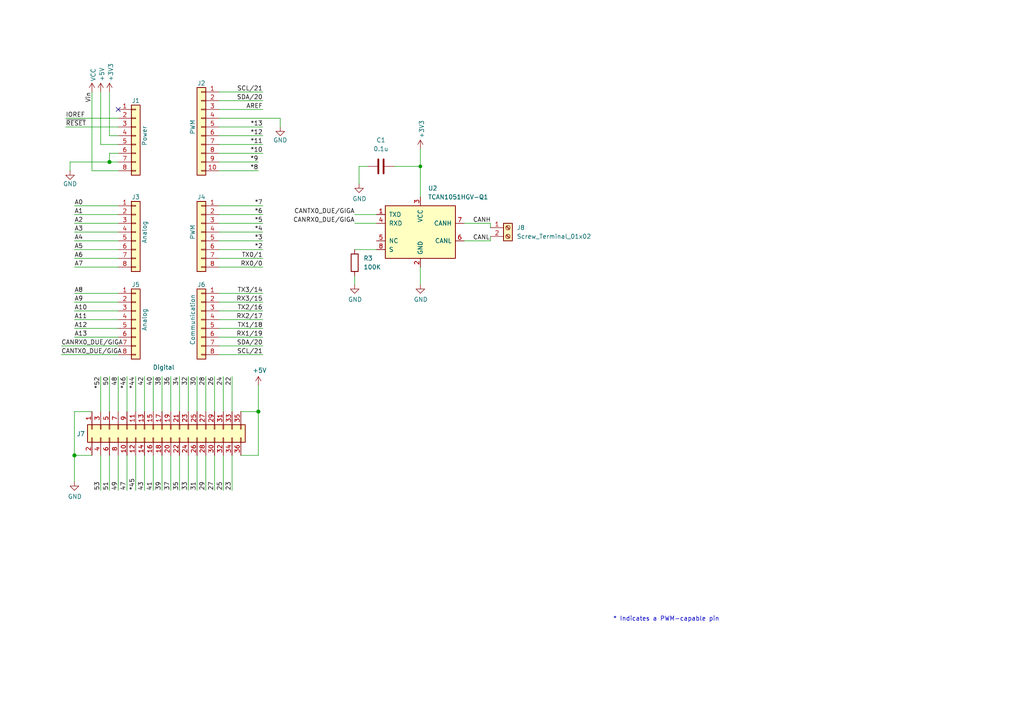
<source format=kicad_sch>
(kicad_sch (version 20231120) (generator "eeschema") (generator_version "8.0")
  (paper "A4")
  (title_block (date "mar. 31 mars 2015"))
  (lib_symbols
    (symbol "CAN_Shield:TCAN1051HGV-Q1" (pin_names (offset 1.016))
      (property "Reference" "U" (at -10.16 8.89 0))
      (property "Value" "TCAN1051HGV-Q1" (at 2.54 8.89 0))
      (symbol "TCAN1051HGV-Q1_0_1"
        (rectangle (start -10.16 7.62) (end 10.16 -7.62) (stroke (width 0.254)) (fill (type background)))
      )
      (symbol "TCAN1051HGV-Q1_1_1"
        (pin input line (at -12.7 5.08 0) (length 2.54) (name "TXD") (number "1"))
        (pin power_in line (at 0 -10.16 90) (length 2.54) (name "GND") (number "2"))
        (pin power_in line (at 0 10.16 270) (length 2.54) (name "VCC") (number "3"))
        (pin output line (at -12.7 2.54 0) (length 2.54) (name "RXD") (number "4"))
        (pin input line (at -12.7 -2.54 0) (length 2.54) (name "NC") (number "5"))
        (pin bidirectional line (at 12.7 -2.54 180) (length 2.54) (name "CANL") (number "6"))
        (pin bidirectional line (at 12.7 2.54 180) (length 2.54) (name "CANH") (number "7"))
        (pin input line (at -12.7 -5.08 0) (length 2.54) (name "S") (number "8"))
      )
    )
    (symbol "Connector:Screw_Terminal_01x02" (pin_names (offset 1.016) hide)
      (property "Reference" "J" (at 0 2.54 0))
      (property "Value" "Screw_Terminal_01x02" (at 0 -5.08 0))
      (symbol "Screw_Terminal_01x02_1_1"
        (rectangle (start -1.27 1.27) (end 1.27 -3.81) (stroke (width 0.254)) (fill (type background)))
        (circle (center 0 -2.54) (radius 0.635) (stroke (width 0.1524)))
        (polyline (pts (xy -0.5334 -2.2098) (xy 0.3302 -3.048)) (stroke (width 0.1524)))
        (polyline (pts (xy -0.5334 0.3302) (xy 0.3302 -0.508)) (stroke (width 0.1524)))
        (polyline (pts (xy -0.3556 -2.032) (xy 0.508 -2.8702)) (stroke (width 0.1524)))
        (polyline (pts (xy -0.3556 0.508) (xy 0.508 -0.3302)) (stroke (width 0.1524)))
        (circle (center 0 0) (radius 0.635) (stroke (width 0.1524)))
        (pin passive line (at -5.08 0 0) (length 3.81) (name "Pin_1") (number "1"))
        (pin passive line (at -5.08 -2.54 0) (length 3.81) (name "Pin_2") (number "2"))
      )
    )
    (symbol "Connector_Generic:Conn_01x08" (pin_names (offset 1.016) hide)
      (property "Reference" "J" (at 0 10.16 0))
      (property "Value" "Conn_01x08" (at 0 -12.7 0))
      (symbol "Conn_01x08_1_1"
        (rectangle (start -1.27 -10.033) (end 0 -10.287) (stroke (width 0.1524)))
        (rectangle (start -1.27 -7.493) (end 0 -7.747) (stroke (width 0.1524)))
        (rectangle (start -1.27 -4.953) (end 0 -5.207) (stroke (width 0.1524)))
        (rectangle (start -1.27 -2.413) (end 0 -2.667) (stroke (width 0.1524)))
        (rectangle (start -1.27 0.127) (end 0 -0.127) (stroke (width 0.1524)))
        (rectangle (start -1.27 2.667) (end 0 2.413) (stroke (width 0.1524)))
        (rectangle (start -1.27 5.207) (end 0 4.953) (stroke (width 0.1524)))
        (rectangle (start -1.27 7.747) (end 0 7.493) (stroke (width 0.1524)))
        (rectangle (start -1.27 8.89) (end 1.27 -11.43) (stroke (width 0.254)) (fill (type background)))
        (pin passive line (at -5.08 7.62 0) (length 3.81) (name "Pin_1") (number "1"))
        (pin passive line (at -5.08 5.08 0) (length 3.81) (name "Pin_2") (number "2"))
        (pin passive line (at -5.08 2.54 0) (length 3.81) (name "Pin_3") (number "3"))
        (pin passive line (at -5.08 0 0) (length 3.81) (name "Pin_4") (number "4"))
        (pin passive line (at -5.08 -2.54 0) (length 3.81) (name "Pin_5") (number "5"))
        (pin passive line (at -5.08 -5.08 0) (length 3.81) (name "Pin_6") (number "6"))
        (pin passive line (at -5.08 -7.62 0) (length 3.81) (name "Pin_7") (number "7"))
        (pin passive line (at -5.08 -10.16 0) (length 3.81) (name "Pin_8") (number "8"))
      )
    )
    (symbol "Connector_Generic:Conn_01x10" (pin_names (offset 1.016) hide)
      (property "Reference" "J" (at 0 12.7 0))
      (property "Value" "Conn_01x10" (at 0 -15.24 0))
      (symbol "Conn_01x10_1_1"
        (rectangle (start -1.27 -12.573) (end 0 -12.827) (stroke (width 0.1524)))
        (rectangle (start -1.27 -10.033) (end 0 -10.287) (stroke (width 0.1524)))
        (rectangle (start -1.27 -7.493) (end 0 -7.747) (stroke (width 0.1524)))
        (rectangle (start -1.27 -4.953) (end 0 -5.207) (stroke (width 0.1524)))
        (rectangle (start -1.27 -2.413) (end 0 -2.667) (stroke (width 0.1524)))
        (rectangle (start -1.27 0.127) (end 0 -0.127) (stroke (width 0.1524)))
        (rectangle (start -1.27 2.667) (end 0 2.413) (stroke (width 0.1524)))
        (rectangle (start -1.27 5.207) (end 0 4.953) (stroke (width 0.1524)))
        (rectangle (start -1.27 7.747) (end 0 7.493) (stroke (width 0.1524)))
        (rectangle (start -1.27 10.287) (end 0 10.033) (stroke (width 0.1524)))
        (rectangle (start -1.27 11.43) (end 1.27 -13.97) (stroke (width 0.254)) (fill (type background)))
        (pin passive line (at -5.08 10.16 0) (length 3.81) (name "Pin_1") (number "1"))
        (pin passive line (at -5.08 -12.7 0) (length 3.81) (name "Pin_10") (number "10"))
        (pin passive line (at -5.08 7.62 0) (length 3.81) (name "Pin_2") (number "2"))
        (pin passive line (at -5.08 5.08 0) (length 3.81) (name "Pin_3") (number "3"))
        (pin passive line (at -5.08 2.54 0) (length 3.81) (name "Pin_4") (number "4"))
        (pin passive line (at -5.08 0 0) (length 3.81) (name "Pin_5") (number "5"))
        (pin passive line (at -5.08 -2.54 0) (length 3.81) (name "Pin_6") (number "6"))
        (pin passive line (at -5.08 -5.08 0) (length 3.81) (name "Pin_7") (number "7"))
        (pin passive line (at -5.08 -7.62 0) (length 3.81) (name "Pin_8") (number "8"))
        (pin passive line (at -5.08 -10.16 0) (length 3.81) (name "Pin_9") (number "9"))
      )
    )
    (symbol "Connector_Generic:Conn_02x18_Odd_Even" (pin_names (offset 1.016) hide)
      (property "Reference" "J" (at 1.27 22.86 0))
      (property "Value" "Conn_02x18_Odd_Even" (at 1.27 -25.4 0))
      (symbol "Conn_02x18_Odd_Even_1_1"
        (rectangle (start -1.27 -22.733) (end 0 -22.987) (stroke (width 0.1524)))
        (rectangle (start -1.27 -20.193) (end 0 -20.447) (stroke (width 0.1524)))
        (rectangle (start -1.27 -17.653) (end 0 -17.907) (stroke (width 0.1524)))
        (rectangle (start -1.27 -15.113) (end 0 -15.367) (stroke (width 0.1524)))
        (rectangle (start -1.27 -12.573) (end 0 -12.827) (stroke (width 0.1524)))
        (rectangle (start -1.27 -10.033) (end 0 -10.287) (stroke (width 0.1524)))
        (rectangle (start -1.27 -7.493) (end 0 -7.747) (stroke (width 0.1524)))
        (rectangle (start -1.27 -4.953) (end 0 -5.207) (stroke (width 0.1524)))
        (rectangle (start -1.27 -2.413) (end 0 -2.667) (stroke (width 0.1524)))
        (rectangle (start -1.27 0.127) (end 0 -0.127) (stroke (width 0.1524)))
        (rectangle (start -1.27 2.667) (end 0 2.413) (stroke (width 0.1524)))
        (rectangle (start -1.27 5.207) (end 0 4.953) (stroke (width 0.1524)))
        (rectangle (start -1.27 7.747) (end 0 7.493) (stroke (width 0.1524)))
        (rectangle (start -1.27 10.287) (end 0 10.033) (stroke (width 0.1524)))
        (rectangle (start -1.27 12.827) (end 0 12.573) (stroke (width 0.1524)))
        (rectangle (start -1.27 15.367) (end 0 15.113) (stroke (width 0.1524)))
        (rectangle (start -1.27 17.907) (end 0 17.653) (stroke (width 0.1524)))
        (rectangle (start -1.27 20.447) (end 0 20.193) (stroke (width 0.1524)))
        (rectangle (start -1.27 21.59) (end 3.81 -24.13) (stroke (width 0.254)) (fill (type background)))
        (rectangle (start 3.81 -22.733) (end 2.54 -22.987) (stroke (width 0.1524)))
        (rectangle (start 3.81 -20.193) (end 2.54 -20.447) (stroke (width 0.1524)))
        (rectangle (start 3.81 -17.653) (end 2.54 -17.907) (stroke (width 0.1524)))
        (rectangle (start 3.81 -15.113) (end 2.54 -15.367) (stroke (width 0.1524)))
        (rectangle (start 3.81 -12.573) (end 2.54 -12.827) (stroke (width 0.1524)))
        (rectangle (start 3.81 -10.033) (end 2.54 -10.287) (stroke (width 0.1524)))
        (rectangle (start 3.81 -7.493) (end 2.54 -7.747) (stroke (width 0.1524)))
        (rectangle (start 3.81 -4.953) (end 2.54 -5.207) (stroke (width 0.1524)))
        (rectangle (start 3.81 -2.413) (end 2.54 -2.667) (stroke (width 0.1524)))
        (rectangle (start 3.81 0.127) (end 2.54 -0.127) (stroke (width 0.1524)))
        (rectangle (start 3.81 2.667) (end 2.54 2.413) (stroke (width 0.1524)))
        (rectangle (start 3.81 5.207) (end 2.54 4.953) (stroke (width 0.1524)))
        (rectangle (start 3.81 7.747) (end 2.54 7.493) (stroke (width 0.1524)))
        (rectangle (start 3.81 10.287) (end 2.54 10.033) (stroke (width 0.1524)))
        (rectangle (start 3.81 12.827) (end 2.54 12.573) (stroke (width 0.1524)))
        (rectangle (start 3.81 15.367) (end 2.54 15.113) (stroke (width 0.1524)))
        (rectangle (start 3.81 17.907) (end 2.54 17.653) (stroke (width 0.1524)))
        (rectangle (start 3.81 20.447) (end 2.54 20.193) (stroke (width 0.1524)))
        (pin passive line (at -5.08 20.32 0) (length 3.81) (name "Pin_1") (number "1"))
        (pin passive line (at 7.62 10.16 180) (length 3.81) (name "Pin_10") (number "10"))
        (pin passive line (at -5.08 7.62 0) (length 3.81) (name "Pin_11") (number "11"))
        (pin passive line (at 7.62 7.62 180) (length 3.81) (name "Pin_12") (number "12"))
        (pin passive line (at -5.08 5.08 0) (length 3.81) (name "Pin_13") (number "13"))
        (pin passive line (at 7.62 5.08 180) (length 3.81) (name "Pin_14") (number "14"))
        (pin passive line (at -5.08 2.54 0) (length 3.81) (name "Pin_15") (number "15"))
        (pin passive line (at 7.62 2.54 180) (length 3.81) (name "Pin_16") (number "16"))
        (pin passive line (at -5.08 0 0) (length 3.81) (name "Pin_17") (number "17"))
        (pin passive line (at 7.62 0 180) (length 3.81) (name "Pin_18") (number "18"))
        (pin passive line (at -5.08 -2.54 0) (length 3.81) (name "Pin_19") (number "19"))
        (pin passive line (at 7.62 20.32 180) (length 3.81) (name "Pin_2") (number "2"))
        (pin passive line (at 7.62 -2.54 180) (length 3.81) (name "Pin_20") (number "20"))
        (pin passive line (at -5.08 -5.08 0) (length 3.81) (name "Pin_21") (number "21"))
        (pin passive line (at 7.62 -5.08 180) (length 3.81) (name "Pin_22") (number "22"))
        (pin passive line (at -5.08 -7.62 0) (length 3.81) (name "Pin_23") (number "23"))
        (pin passive line (at 7.62 -7.62 180) (length 3.81) (name "Pin_24") (number "24"))
        (pin passive line (at -5.08 -10.16 0) (length 3.81) (name "Pin_25") (number "25"))
        (pin passive line (at 7.62 -10.16 180) (length 3.81) (name "Pin_26") (number "26"))
        (pin passive line (at -5.08 -12.7 0) (length 3.81) (name "Pin_27") (number "27"))
        (pin passive line (at 7.62 -12.7 180) (length 3.81) (name "Pin_28") (number "28"))
        (pin passive line (at -5.08 -15.24 0) (length 3.81) (name "Pin_29") (number "29"))
        (pin passive line (at -5.08 17.78 0) (length 3.81) (name "Pin_3") (number "3"))
        (pin passive line (at 7.62 -15.24 180) (length 3.81) (name "Pin_30") (number "30"))
        (pin passive line (at -5.08 -17.78 0) (length 3.81) (name "Pin_31") (number "31"))
        (pin passive line (at 7.62 -17.78 180) (length 3.81) (name "Pin_32") (number "32"))
        (pin passive line (at -5.08 -20.32 0) (length 3.81) (name "Pin_33") (number "33"))
        (pin passive line (at 7.62 -20.32 180) (length 3.81) (name "Pin_34") (number "34"))
        (pin passive line (at -5.08 -22.86 0) (length 3.81) (name "Pin_35") (number "35"))
        (pin passive line (at 7.62 -22.86 180) (length 3.81) (name "Pin_36") (number "36"))
        (pin passive line (at 7.62 17.78 180) (length 3.81) (name "Pin_4") (number "4"))
        (pin passive line (at -5.08 15.24 0) (length 3.81) (name "Pin_5") (number "5"))
        (pin passive line (at 7.62 15.24 180) (length 3.81) (name "Pin_6") (number "6"))
        (pin passive line (at -5.08 12.7 0) (length 3.81) (name "Pin_7") (number "7"))
        (pin passive line (at 7.62 12.7 180) (length 3.81) (name "Pin_8") (number "8"))
        (pin passive line (at -5.08 10.16 0) (length 3.81) (name "Pin_9") (number "9"))
      )
    )
    (symbol "Device:C" (pin_numbers hide) (pin_names (offset 0.254))
      (property "Reference" "C" (at 0.635 2.54 0))
      (property "Value" "C" (at 0.635 -2.54 0))
      (symbol "C_0_1"
        (polyline (pts (xy -2.032 -0.762) (xy 2.032 -0.762)) (stroke (width 0.508)))
        (polyline (pts (xy -2.032 0.762) (xy 2.032 0.762)) (stroke (width 0.508)))
      )
      (symbol "C_1_1"
        (pin passive line (at 0 3.81 270) (length 2.794) (name "~") (number "1"))
        (pin passive line (at 0 -3.81 90) (length 2.794) (name "~") (number "2"))
      )
    )
    (symbol "Device:R" (pin_numbers hide) (pin_names (offset 0))
      (property "Reference" "R" (at 2.032 0 90))
      (property "Value" "R" (at 0 0 90))
      (symbol "R_0_1"
        (rectangle (start -1.016 -2.54) (end 1.016 2.54) (stroke (width 0.254)))
      )
      (symbol "R_1_1"
        (pin passive line (at 0 3.81 270) (length 1.27) (name "~") (number "1"))
        (pin passive line (at 0 -3.81 90) (length 1.27) (name "~") (number "2"))
      )
    )
    (symbol "power:+3V3" (power) (pin_names (offset 0))
      (property "Value" "+3V3" (at 0 3.556 0))
      (symbol "+3V3_0_1"
        (polyline (pts (xy -0.762 1.27) (xy 0 2.54)))
        (polyline (pts (xy 0 0) (xy 0 2.54)))
        (polyline (pts (xy 0 2.54) (xy 0.762 1.27)))
      )
      (symbol "+3V3_1_1"
        (pin power_in line (at 0 0 90) (length 0) hide (name "+3V3") (number "1"))
      )
    )
    (symbol "power:+5V" (power) (pin_names (offset 0))
      (property "Value" "+5V" (at 0 3.556 0))
      (symbol "+5V_0_1"
        (polyline (pts (xy -0.762 1.27) (xy 0 2.54)))
        (polyline (pts (xy 0 0) (xy 0 2.54)))
        (polyline (pts (xy 0 2.54) (xy 0.762 1.27)))
      )
      (symbol "+5V_1_1"
        (pin power_in line (at 0 0 90) (length 0) hide (name "+5V") (number "1"))
      )
    )
    (symbol "power:GND" (power) (pin_names (offset 0))
      (property "Value" "GND" (at 0 -3.81 0))
      (symbol "GND_0_1"
        (polyline (pts (xy 0 0) (xy 0 -1.27) (xy 1.27 -1.27) (xy 0 -2.54) (xy -1.27 -1.27) (xy 0 -1.27)))
      )
      (symbol "GND_1_1"
        (pin power_in line (at 0 0 270) (length 0) hide (name "GND") (number "1"))
      )
    )
    (symbol "power:VCC" (power) (pin_names (offset 0))
      (property "Value" "VCC" (at 0 3.81 0))
      (symbol "VCC_0_1"
        (polyline (pts (xy -0.762 1.27) (xy 0 2.54)))
        (polyline (pts (xy 0 0) (xy 0 2.54)))
        (polyline (pts (xy 0 2.54) (xy 0.762 1.27)))
      )
      (symbol "VCC_1_1"
        (pin power_in line (at 0 0 90) (length 0) hide (name "VCC") (number "1"))
      )
    )
  )
  (junction (at 21.59 132.08) (diameter 1.016))
  (junction (at 31.75 46.99) (diameter 1.016))
  (junction (at 121.92 48.26))
  (junction (at 74.93 119.38) (diameter 1.016))
  (no_connect (at 34.29 31.75))
  (wire (pts (xy 63.5 77.47) (xy 76.2 77.47)))
  (wire (pts (xy 21.59 77.47) (xy 34.29 77.47)))
  (wire (pts (xy 63.5 44.45) (xy 76.2 44.45)))
  (wire (pts (xy 63.5 41.91) (xy 76.2 41.91)))
  (wire (pts (xy 44.45 109.22) (xy 44.45 119.38)))
  (wire (pts (xy 63.5 26.67) (xy 76.2 26.67)))
  (wire (pts (xy 46.99 109.22) (xy 46.99 119.38)))
  (wire (pts (xy 74.93 119.38) (xy 74.93 132.08)))
  (wire (pts (xy 26.67 119.38) (xy 21.59 119.38)))
  (wire (pts (xy 121.92 48.26) (xy 114.3 48.26)))
  (wire (pts (xy 63.5 90.17) (xy 76.2 90.17)))
  (wire (pts (xy 31.75 44.45) (xy 31.75 46.99)))
  (wire (pts (xy 121.92 57.15) (xy 121.92 48.26)))
  (wire (pts (xy 49.53 132.08) (xy 49.53 142.24)))
  (wire (pts (xy 21.59 72.39) (xy 34.29 72.39)))
  (wire (pts (xy 54.61 109.22) (xy 54.61 119.38)))
  (wire (pts (xy 31.75 109.22) (xy 31.75 119.38)))
  (wire (pts (xy 67.31 109.22) (xy 67.31 119.38)))
  (wire (pts (xy 20.32 46.99) (xy 20.32 49.53)))
  (wire (pts (xy 142.24 69.85) (xy 134.62 69.85)))
  (wire (pts (xy 102.87 72.39) (xy 109.22 72.39)))
  (wire (pts (xy 62.23 132.08) (xy 62.23 142.24)))
  (wire (pts (xy 31.75 39.37) (xy 34.29 39.37)))
  (wire (pts (xy 41.91 109.22) (xy 41.91 119.38)))
  (wire (pts (xy 106.68 48.26) (xy 104.14 48.26)))
  (wire (pts (xy 102.87 64.77) (xy 109.22 64.77)))
  (wire (pts (xy 29.21 41.91) (xy 34.29 41.91)))
  (wire (pts (xy 52.07 132.08) (xy 52.07 142.24)))
  (wire (pts (xy 29.21 26.67) (xy 29.21 41.91)))
  (wire (pts (xy 17.78 102.87) (xy 34.29 102.87)))
  (wire (pts (xy 36.83 132.08) (xy 36.83 142.24)))
  (wire (pts (xy 59.69 132.08) (xy 59.69 142.24)))
  (wire (pts (xy 63.5 36.83) (xy 76.2 36.83)))
  (wire (pts (xy 31.75 26.67) (xy 31.75 39.37)))
  (wire (pts (xy 63.5 59.69) (xy 76.2 59.69)))
  (wire (pts (xy 34.29 59.69) (xy 21.59 59.69)))
  (wire (pts (xy 63.5 39.37) (xy 76.2 39.37)))
  (wire (pts (xy 34.29 100.33) (xy 17.78 100.33)))
  (wire (pts (xy 63.5 62.23) (xy 76.2 62.23)))
  (wire (pts (xy 63.5 97.79) (xy 76.2 97.79)))
  (wire (pts (xy 121.92 43.18) (xy 121.92 48.26)))
  (wire (pts (xy 52.07 109.22) (xy 52.07 119.38)))
  (wire (pts (xy 21.59 119.38) (xy 21.59 132.08)))
  (wire (pts (xy 36.83 109.22) (xy 36.83 119.38)))
  (wire (pts (xy 26.67 132.08) (xy 21.59 132.08)))
  (wire (pts (xy 142.24 68.58) (xy 142.24 69.85)))
  (wire (pts (xy 59.69 109.22) (xy 59.69 119.38)))
  (wire (pts (xy 57.15 109.22) (xy 57.15 119.38)))
  (wire (pts (xy 39.37 132.08) (xy 39.37 142.24)))
  (wire (pts (xy 57.15 132.08) (xy 57.15 142.24)))
  (wire (pts (xy 34.29 132.08) (xy 34.29 142.24)))
  (wire (pts (xy 64.77 109.22) (xy 64.77 119.38)))
  (wire (pts (xy 63.5 67.31) (xy 76.2 67.31)))
  (wire (pts (xy 44.45 132.08) (xy 44.45 142.24)))
  (wire (pts (xy 39.37 109.22) (xy 39.37 119.38)))
  (wire (pts (xy 19.05 34.29) (xy 34.29 34.29)))
  (wire (pts (xy 102.87 62.23) (xy 109.22 62.23)))
  (wire (pts (xy 63.5 87.63) (xy 76.2 87.63)))
  (wire (pts (xy 74.93 111.76) (xy 74.93 119.38)))
  (wire (pts (xy 81.28 34.29) (xy 81.28 36.83)))
  (wire (pts (xy 63.5 49.53) (xy 74.93 49.53)))
  (wire (pts (xy 63.5 102.87) (xy 76.2 102.87)))
  (wire (pts (xy 63.5 31.75) (xy 76.2 31.75)))
  (wire (pts (xy 69.85 119.38) (xy 74.93 119.38)))
  (wire (pts (xy 63.5 95.25) (xy 76.2 95.25)))
  (wire (pts (xy 21.59 92.71) (xy 34.29 92.71)))
  (wire (pts (xy 20.32 46.99) (xy 31.75 46.99)))
  (wire (pts (xy 63.5 46.99) (xy 74.93 46.99)))
  (wire (pts (xy 34.29 64.77) (xy 21.59 64.77)))
  (wire (pts (xy 19.05 36.83) (xy 34.29 36.83)))
  (wire (pts (xy 63.5 85.09) (xy 76.2 85.09)))
  (wire (pts (xy 34.29 46.99) (xy 31.75 46.99)))
  (wire (pts (xy 142.24 64.77) (xy 134.62 64.77)))
  (wire (pts (xy 34.29 49.53) (xy 26.67 49.53)))
  (wire (pts (xy 29.21 109.22) (xy 29.21 119.38)))
  (wire (pts (xy 21.59 62.23) (xy 34.29 62.23)))
  (wire (pts (xy 31.75 132.08) (xy 31.75 142.24)))
  (wire (pts (xy 54.61 132.08) (xy 54.61 142.24)))
  (wire (pts (xy 34.29 90.17) (xy 21.59 90.17)))
  (wire (pts (xy 29.21 132.08) (xy 29.21 142.24)))
  (wire (pts (xy 63.5 92.71) (xy 76.2 92.71)))
  (wire (pts (xy 104.14 48.26) (xy 104.14 53.34)))
  (wire (pts (xy 63.5 34.29) (xy 81.28 34.29)))
  (wire (pts (xy 46.99 132.08) (xy 46.99 142.24)))
  (wire (pts (xy 34.29 44.45) (xy 31.75 44.45)))
  (wire (pts (xy 21.59 97.79) (xy 34.29 97.79)))
  (wire (pts (xy 62.23 109.22) (xy 62.23 119.38)))
  (wire (pts (xy 49.53 109.22) (xy 49.53 119.38)))
  (wire (pts (xy 21.59 87.63) (xy 34.29 87.63)))
  (wire (pts (xy 63.5 64.77) (xy 76.2 64.77)))
  (wire (pts (xy 21.59 67.31) (xy 34.29 67.31)))
  (wire (pts (xy 34.29 109.22) (xy 34.29 119.38)))
  (wire (pts (xy 63.5 100.33) (xy 76.2 100.33)))
  (wire (pts (xy 74.93 132.08) (xy 69.85 132.08)))
  (wire (pts (xy 34.29 85.09) (xy 21.59 85.09)))
  (wire (pts (xy 67.31 132.08) (xy 67.31 142.24)))
  (wire (pts (xy 63.5 29.21) (xy 76.2 29.21)))
  (wire (pts (xy 64.77 132.08) (xy 64.77 142.24)))
  (wire (pts (xy 63.5 72.39) (xy 76.2 72.39)))
  (wire (pts (xy 63.5 69.85) (xy 76.2 69.85)))
  (wire (pts (xy 41.91 132.08) (xy 41.91 142.24)))
  (wire (pts (xy 102.87 80.01) (xy 102.87 82.55)))
  (wire (pts (xy 63.5 74.93) (xy 76.2 74.93)))
  (wire (pts (xy 34.29 95.25) (xy 21.59 95.25)))
  (wire (pts (xy 26.67 49.53) (xy 26.67 26.67)))
  (wire (pts (xy 21.59 132.08) (xy 21.59 139.7)))
  (wire (pts (xy 142.24 66.04) (xy 142.24 64.77)))
  (wire (pts (xy 34.29 74.93) (xy 21.59 74.93)))
  (wire (pts (xy 34.29 69.85) (xy 21.59 69.85)))
  (wire (pts (xy 121.92 77.47) (xy 121.92 82.55)))
  (text "* Indicates a PWM-capable pin" (at 177.8 180.34 0) (effects (font (size 1.27 1.27)) (justify left bottom)))
  (label "A10" (at 21.59 90.17 0))
  (label "RX0{slash}0" (at 76.2 77.47 180))
  (label "CANTX0_DUE{slash}GIGA" (at 17.78 102.87 0))
  (label "A2" (at 21.59 64.77 0))
  (label "RX2{slash}17" (at 76.2 92.71 180))
  (label "*4" (at 76.2 67.31 180))
  (label "SDA{slash}20" (at 76.2 100.33 180))
  (label "26" (at 62.23 109.22 270))
  (label "31" (at 57.15 142.24 90))
  (label "22" (at 67.31 109.22 270))
  (label "33" (at 54.61 142.24 90))
  (label "36" (at 49.53 109.22 270))
  (label "*2" (at 76.2 72.39 180))
  (label "TX1{slash}18" (at 76.2 95.25 180))
  (label "*44" (at 39.37 109.22 270))
  (label "A3" (at 21.59 67.31 0))
  (label "*13" (at 76.2 36.83 180))
  (label "*52" (at 29.21 109.22 270))
  (label "*12" (at 76.2 39.37 180))
  (label "40" (at 44.45 109.22 270))
  (label "~{RESET}" (at 19.05 36.83 0))
  (label "35" (at 52.07 142.24 90))
  (label "*10" (at 76.2 44.45 180))
  (label "28" (at 59.69 109.22 270))
  (label "23" (at 67.31 142.24 90))
  (label "CANRX0_DUE{slash}GIGA" (at 102.87 64.77 180))
  (label "29" (at 59.69 142.24 90))
  (label "A13" (at 21.59 97.79 0))
  (label "41" (at 44.45 142.24 90))
  (label "30" (at 57.15 109.22 270))
  (label "47" (at 36.83 142.24 90))
  (label "34" (at 52.07 109.22 270))
  (label "*45" (at 39.37 142.24 90))
  (label "38" (at 46.99 109.22 270))
  (label "51" (at 31.75 142.24 90))
  (label "*7" (at 76.2 59.69 180))
  (label "SDA{slash}20" (at 76.2 29.21 180))
  (label "*8" (at 74.93 49.53 180))
  (label "CANH" (at 137.16 64.77 0))
  (label "A9" (at 21.59 87.63 0))
  (label "*11" (at 76.2 41.91 180))
  (label "*3" (at 76.2 69.85 180))
  (label "A6" (at 21.59 74.93 0))
  (label "CANTX0_DUE{slash}GIGA" (at 102.87 62.23 180))
  (label "42" (at 41.91 109.22 270))
  (label "A1" (at 21.59 62.23 0))
  (label "53" (at 29.21 142.24 90))
  (label "TX0{slash}1" (at 76.2 74.93 180))
  (label "CANL" (at 137.16 69.85 0))
  (label "24" (at 64.77 109.22 270))
  (label "*9" (at 74.93 46.99 180))
  (label "RX1{slash}19" (at 76.2 97.79 180))
  (label "A0" (at 21.59 59.69 0))
  (label "AREF" (at 76.2 31.75 180))
  (label "CANRX0_DUE{slash}GIGA" (at 17.78 100.33 0))
  (label "39" (at 46.99 142.24 90))
  (label "A8" (at 21.59 85.09 0))
  (label "Vin" (at 26.67 26.67 270))
  (label "27" (at 62.23 142.24 90))
  (label "37" (at 49.53 142.24 90))
  (label "25" (at 64.77 142.24 90))
  (label "*6" (at 76.2 62.23 180))
  (label "*46" (at 36.83 109.22 270))
  (label "SCL{slash}21" (at 76.2 26.67 180))
  (label "50" (at 31.75 109.22 270))
  (label "TX2{slash}16" (at 76.2 90.17 180))
  (label "*5" (at 76.2 64.77 180))
  (label "IOREF" (at 19.05 34.29 0))
  (label "A7" (at 21.59 77.47 0))
  (label "A11" (at 21.59 92.71 0))
  (label "A4" (at 21.59 69.85 0))
  (label "49" (at 34.29 142.24 90))
  (label "A5" (at 21.59 72.39 0))
  (label "RX3{slash}15" (at 76.2 87.63 180))
  (label "TX3{slash}14" (at 76.2 85.09 180))
  (label "32" (at 54.61 109.22 270))
  (label "43" (at 41.91 142.24 90))
  (label "A12" (at 21.59 95.25 0))
  (label "SCL{slash}21" (at 76.2 102.87 180))
  (label "48" (at 34.29 109.22 270))
  (symbol (lib_id "Connector_Generic:Conn_01x08") (at 39.37 39.37 0) (unit 1)
    (property "Reference" "J1" (at 39.37 29.21 0))
    (property "Value" "Power" (at 41.91 39.37 90))
    (property "Footprint" "Connector_PinSocket_2.54mm:PinSocket_1x08_P2.54mm_Vertical" (effects (hide yes)))
  )
  (symbol (lib_id "power:+3V3") (at 31.75 26.67 0) (unit 1)
    (property "Reference" "#PWR03" (effects (hide yes)))
    (property "Value" "+3V3" (at 32.131 23.622 90) (effects (justify left)))
  )
  (symbol (lib_id "power:+5V") (at 29.21 26.67 0) (unit 1)
    (property "Reference" "#PWR02" (effects (hide yes)))
    (property "Value" "+5V" (at 29.5656 23.622 90) (effects (justify left)))
  )
  (symbol (lib_id "power:GND") (at 20.32 49.53 0) (unit 1)
    (property "Reference" "#PWR04" (effects (hide yes)))
    (property "Value" "GND" (at 20.32 53.34 0))
  )
  (symbol (lib_id "Connector_Generic:Conn_01x10") (at 58.42 36.83 0) (mirror y) (unit 1)
    (property "Reference" "J2" (at 58.42 24.13 0))
    (property "Value" "PWM" (at 55.88 36.83 90))
    (property "Footprint" "Connector_PinSocket_2.54mm:PinSocket_1x10_P2.54mm_Vertical" (effects (hide yes)))
  )
  (symbol (lib_id "power:GND") (at 81.28 36.83 0) (unit 1)
    (property "Reference" "#PWR05" (effects (hide yes)))
    (property "Value" "GND" (at 81.28 40.64 0))
  )
  (symbol (lib_id "Connector_Generic:Conn_01x08") (at 39.37 67.31 0) (unit 1)
    (property "Reference" "J3" (at 39.37 57.15 0))
    (property "Value" "Analog" (at 41.91 67.31 90))
    (property "Footprint" "Connector_PinSocket_2.54mm:PinSocket_1x08_P2.54mm_Vertical" (effects (hide yes)))
  )
  (symbol (lib_id "Connector_Generic:Conn_01x08") (at 58.42 67.31 0) (mirror y) (unit 1)
    (property "Reference" "J4" (at 58.42 57.15 0))
    (property "Value" "PWM" (at 55.88 67.31 90))
    (property "Footprint" "Connector_PinSocket_2.54mm:PinSocket_1x08_P2.54mm_Vertical" (effects (hide yes)))
  )
  (symbol (lib_id "Connector_Generic:Conn_01x08") (at 39.37 92.71 0) (unit 1)
    (property "Reference" "J5" (at 39.37 82.55 0))
    (property "Value" "Analog" (at 41.91 92.71 90))
    (property "Footprint" "Connector_PinSocket_2.54mm:PinSocket_1x08_P2.54mm_Vertical" (effects (hide yes)))
  )
  (symbol (lib_id "Connector_Generic:Conn_01x08") (at 58.42 92.71 0) (mirror y) (unit 1)
    (property "Reference" "J6" (at 58.42 82.55 0))
    (property "Value" "Communication" (at 55.88 92.71 90))
    (property "Footprint" "Connector_PinSocket_2.54mm:PinSocket_1x08_P2.54mm_Vertical" (effects (hide yes)))
  )
  (symbol (lib_id "Connector_Generic:Conn_02x18_Odd_Even") (at 46.99 124.46 90) (mirror x) (unit 1)
    (property "Reference" "J7" (at 24.6379 125.8506 90) (effects (justify left)))
    (property "Value" "Digital" (at 47.498 106.553 90))
    (property "Footprint" "Connector_PinSocket_2.54mm:PinSocket_2x18_P2.54mm_Vertical" (effects (hide yes)))
  )
  (symbol (lib_id "power:GND") (at 21.59 139.7 0) (unit 1)
    (property "Reference" "#PWR07" (effects (hide yes)))
    (property "Value" "GND" (at 21.7043 144.0244 0))
  )
  (symbol (lib_id "power:+5V") (at 74.93 111.76 0) (unit 1)
    (property "Reference" "#PWR06" (effects (hide yes)))
    (property "Value" "+5V" (at 75.2983 107.4356 0))
  )
  (symbol (lib_id "Device:C") (at 110.49 48.26 90) (unit 1)
    (property "Reference" "C1" (at 110.49 40.64 90))
    (property "Value" "0.1u" (at 110.49 43.18 90))
    (property "Description" "Unpolarized capacitor" (effects (hide yes)))
  )
  (symbol (lib_id "power:GND") (at 104.14 53.34 0) (unit 1)
    (property "Reference" "#PWR013" (effects (hide yes)))
    (property "Value" "GND" (at 104.2543 57.6644 0))
  )
  (symbol (lib_id "power:+3V3") (at 121.92 43.18 0) (unit 1)
    (property "Reference" "#PWR08" (effects (hide yes)))
    (property "Value" "+3V3" (at 122.301 40.132 90) (effects (justify left)))
  )
  (symbol (lib_id "power:VCC") (at 26.67 26.67 0) (unit 1)
    (property "Reference" "#PWR01" (effects (hide yes)))
    (property "Value" "VCC" (at 27.051 23.622 90) (effects (justify left)))
  )
  (symbol (lib_id "Connector:Screw_Terminal_01x02") (at 147.32 66.04 0) (unit 1)
    (property "Reference" "J8" (at 149.86 66.0399 0) (effects (justify left)))
    (property "Value" "Screw_Terminal_01x02" (at 149.86 68.5799 0) (effects (justify left)))
    (property "Description" "Generic screw terminal, single row, 01x02, script generated (kicad-library-utils/schlib/autogen/connector/)" (effects (hide yes)))
  )
  (symbol (lib_id "power:GND") (at 102.87 82.55 0) (unit 1)
    (property "Reference" "#PWR012" (effects (hide yes)))
    (property "Value" "GND" (at 102.9843 86.8744 0))
  )
  (symbol (lib_id "Device:R") (at 102.87 76.2 0) (unit 1)
    (property "Reference" "R3" (at 105.41 74.9299 0) (effects (justify left)))
    (property "Value" "100K" (at 105.41 77.4699 0) (effects (justify left)))
    (property "Description" "Resistor" (effects (hide yes)))
  )
  (symbol (lib_id "CAN_Shield:TCAN1051HGV-Q1") (at 121.92 67.31 0) (unit 1)
    (property "Reference" "U2" (at 124.1141 54.61 0) (effects (justify left)))
    (property "Value" "TCAN1051HGV-Q1" (at 124.1141 57.15 0) (effects (justify left)))
    (property "Description" "High-Speed CAN Transceiver, 3.3V supply" (effects (hide yes)))
  )
  (symbol (lib_id "power:GND") (at 121.92 82.55 0) (unit 1)
    (property "Reference" "#PWR011" (effects (hide yes)))
    (property "Value" "GND" (at 122.0343 86.8744 0))
  )
)
</source>
